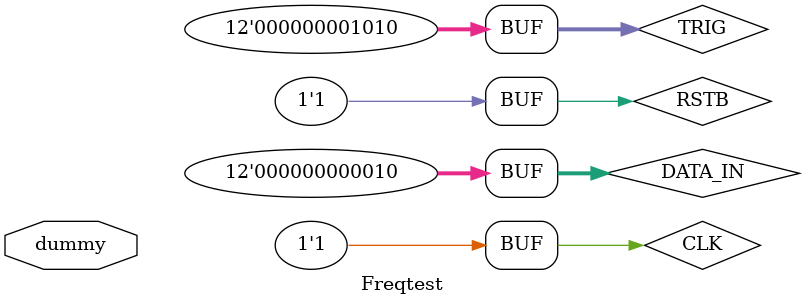
<source format=v>
module Freqtest(input dummy);
reg CLK;
reg RSTB;

reg [11:0] DATA_IN;
reg [11:0] TRIG;
wire [24:0]PERIOD1;			//DUTY CYCLE ON
wire [24:0]PERIOD2;
wire PERIOD_FLAG;

time_block test(CLK, RSTB, DATA_IN, TRIG, PERIOD1, PERIOD2, PERIOD_FLAG);
initial 
	begin
	CLK = 0;
	RSTB = 1;
	DATA_IN = 0;
	TRIG = 'd10;
	end
always
	begin
	#10;
	CLK = 0;
	#10;
	CLK = 1;
	end
always 
	begin
	#200;
	DATA_IN <= 12'd0;
	#200;
	DATA_IN <= 12'd2;
	#200;
	DATA_IN <= 12'd4;
	#200;
	DATA_IN <= 12'd6;
	#200;
	DATA_IN <= 12'd8;
	#200;
	DATA_IN <= 12'd10;
	#200;
	DATA_IN <= 12'd12;
	#200;
	DATA_IN <= 12'd10;
	#200;
	DATA_IN <= 12'd8;
	#200;
	DATA_IN <= 12'd6;
	#200;
	DATA_IN <= 12'd4;
	#200;
	DATA_IN <= 12'd2;
	
	end
endmodule
</source>
